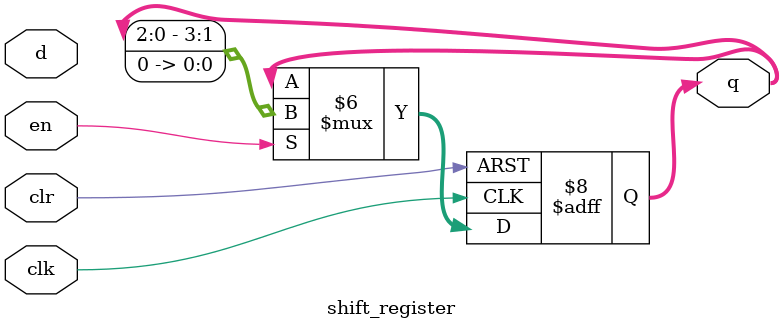
<source format=v>
module shift_register #(parameter N = 4)(
    input wire en,        // Enable
    input wire clk,
    input wire clr,
    input wire [N-1:0] d,
    output reg [N-1:0] q
    );
    
    always @(posedge clk or posedge clr) 
    begin
        if (clr == 1)
            q <= 0;
        else if (en == 1)
            q = q << 1;
    end
endmodule
</source>
